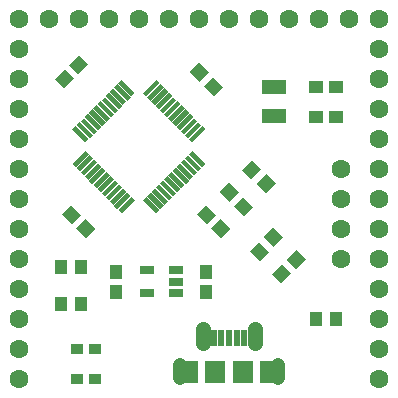
<source format=gbr>
G04 EAGLE Gerber X2 export*
%TF.Part,Single*%
%TF.FileFunction,Soldermask,Top,1*%
%TF.FilePolarity,Negative*%
%TF.GenerationSoftware,Autodesk,EAGLE,8.6.0*%
%TF.CreationDate,2018-09-01T13:25:50Z*%
G75*
%MOMM*%
%FSLAX34Y34*%
%LPD*%
%AMOC8*
5,1,8,0,0,1.08239X$1,22.5*%
G01*
%ADD10R,1.201600X1.101600*%
%ADD11R,2.001600X1.201600*%
%ADD12R,1.101600X1.201600*%
%ADD13R,1.576600X0.401600*%
%ADD14R,1.301600X0.701600*%
%ADD15R,1.001600X0.901600*%
%ADD16C,1.209600*%
%ADD17C,1.309600*%
%ADD18R,0.501600X1.451600*%
%ADD19R,1.800000X1.900000*%
%ADD20R,1.575000X1.900000*%
%ADD21C,1.601600*%


D10*
X287900Y241300D03*
X270900Y241300D03*
X287900Y266700D03*
X270900Y266700D03*
D11*
X234950Y241500D03*
X234950Y266500D03*
D10*
G36*
X178493Y150267D02*
X169997Y158763D01*
X177787Y166553D01*
X186283Y158057D01*
X178493Y150267D01*
G37*
G36*
X190513Y138247D02*
X182017Y146743D01*
X189807Y154533D01*
X198303Y146037D01*
X190513Y138247D01*
G37*
G36*
X75507Y154533D02*
X84003Y146037D01*
X76213Y138247D01*
X67717Y146743D01*
X75507Y154533D01*
G37*
G36*
X63487Y166553D02*
X71983Y158057D01*
X64193Y150267D01*
X55697Y158763D01*
X63487Y166553D01*
G37*
G36*
X197543Y169317D02*
X189047Y177813D01*
X196837Y185603D01*
X205333Y177107D01*
X197543Y169317D01*
G37*
G36*
X209563Y157297D02*
X201067Y165793D01*
X208857Y173583D01*
X217353Y165087D01*
X209563Y157297D01*
G37*
G36*
X172143Y270917D02*
X163647Y279413D01*
X171437Y287203D01*
X179933Y278707D01*
X172143Y270917D01*
G37*
G36*
X184163Y258897D02*
X175667Y267393D01*
X183457Y275183D01*
X191953Y266687D01*
X184163Y258897D01*
G37*
G36*
X61367Y285057D02*
X69863Y293553D01*
X77653Y285763D01*
X69157Y277267D01*
X61367Y285057D01*
G37*
G36*
X49347Y273037D02*
X57843Y281533D01*
X65633Y273743D01*
X57137Y265247D01*
X49347Y273037D01*
G37*
D12*
G36*
X215887Y188367D02*
X208097Y196157D01*
X216593Y204653D01*
X224383Y196863D01*
X215887Y188367D01*
G37*
G36*
X227907Y176347D02*
X220117Y184137D01*
X228613Y192633D01*
X236403Y184843D01*
X227907Y176347D01*
G37*
G36*
X230733Y126987D02*
X222943Y119197D01*
X214447Y127693D01*
X222237Y135483D01*
X230733Y126987D01*
G37*
G36*
X242753Y139007D02*
X234963Y131217D01*
X226467Y139713D01*
X234257Y147503D01*
X242753Y139007D01*
G37*
X270900Y69850D03*
X287900Y69850D03*
D10*
G36*
X245517Y119957D02*
X254013Y128453D01*
X261803Y120663D01*
X253307Y112167D01*
X245517Y119957D01*
G37*
G36*
X233497Y107937D02*
X241993Y116433D01*
X249783Y108643D01*
X241287Y100147D01*
X233497Y107937D01*
G37*
D13*
G36*
X163070Y222268D02*
X174217Y233415D01*
X177056Y230576D01*
X165909Y219429D01*
X163070Y222268D01*
G37*
G36*
X159534Y225803D02*
X170681Y236950D01*
X173520Y234111D01*
X162373Y222964D01*
X159534Y225803D01*
G37*
G36*
X155999Y229339D02*
X167146Y240486D01*
X169985Y237647D01*
X158838Y226500D01*
X155999Y229339D01*
G37*
G36*
X152463Y232874D02*
X163610Y244021D01*
X166449Y241182D01*
X155302Y230035D01*
X152463Y232874D01*
G37*
G36*
X148927Y236410D02*
X160074Y247557D01*
X162913Y244718D01*
X151766Y233571D01*
X148927Y236410D01*
G37*
G36*
X145392Y239945D02*
X156539Y251092D01*
X159378Y248253D01*
X148231Y237106D01*
X145392Y239945D01*
G37*
G36*
X141856Y243481D02*
X153003Y254628D01*
X155842Y251789D01*
X144695Y240642D01*
X141856Y243481D01*
G37*
G36*
X138321Y247016D02*
X149468Y258163D01*
X152307Y255324D01*
X141160Y244177D01*
X138321Y247016D01*
G37*
G36*
X134785Y250552D02*
X145932Y261699D01*
X148771Y258860D01*
X137624Y247713D01*
X134785Y250552D01*
G37*
G36*
X131250Y254088D02*
X142397Y265235D01*
X145236Y262396D01*
X134089Y251249D01*
X131250Y254088D01*
G37*
G36*
X127714Y257623D02*
X138861Y268770D01*
X141700Y265931D01*
X130553Y254784D01*
X127714Y257623D01*
G37*
G36*
X124179Y261159D02*
X135326Y272306D01*
X138165Y269467D01*
X127018Y258320D01*
X124179Y261159D01*
G37*
G36*
X114282Y258320D02*
X103135Y269467D01*
X105974Y272306D01*
X117121Y261159D01*
X114282Y258320D01*
G37*
G36*
X110747Y254784D02*
X99600Y265931D01*
X102439Y268770D01*
X113586Y257623D01*
X110747Y254784D01*
G37*
G36*
X107211Y251249D02*
X96064Y262396D01*
X98903Y265235D01*
X110050Y254088D01*
X107211Y251249D01*
G37*
G36*
X103676Y247713D02*
X92529Y258860D01*
X95368Y261699D01*
X106515Y250552D01*
X103676Y247713D01*
G37*
G36*
X100140Y244177D02*
X88993Y255324D01*
X91832Y258163D01*
X102979Y247016D01*
X100140Y244177D01*
G37*
G36*
X96605Y240642D02*
X85458Y251789D01*
X88297Y254628D01*
X99444Y243481D01*
X96605Y240642D01*
G37*
G36*
X93069Y237106D02*
X81922Y248253D01*
X84761Y251092D01*
X95908Y239945D01*
X93069Y237106D01*
G37*
G36*
X89534Y233571D02*
X78387Y244718D01*
X81226Y247557D01*
X92373Y236410D01*
X89534Y233571D01*
G37*
G36*
X85998Y230035D02*
X74851Y241182D01*
X77690Y244021D01*
X88837Y232874D01*
X85998Y230035D01*
G37*
G36*
X82462Y226500D02*
X71315Y237647D01*
X74154Y240486D01*
X85301Y229339D01*
X82462Y226500D01*
G37*
G36*
X78927Y222964D02*
X67780Y234111D01*
X70619Y236950D01*
X81766Y225803D01*
X78927Y222964D01*
G37*
G36*
X75391Y219429D02*
X64244Y230576D01*
X67083Y233415D01*
X78230Y222268D01*
X75391Y219429D01*
G37*
G36*
X64244Y201224D02*
X75391Y212371D01*
X78230Y209532D01*
X67083Y198385D01*
X64244Y201224D01*
G37*
G36*
X67780Y197689D02*
X78927Y208836D01*
X81766Y205997D01*
X70619Y194850D01*
X67780Y197689D01*
G37*
G36*
X71315Y194153D02*
X82462Y205300D01*
X85301Y202461D01*
X74154Y191314D01*
X71315Y194153D01*
G37*
G36*
X74851Y190618D02*
X85998Y201765D01*
X88837Y198926D01*
X77690Y187779D01*
X74851Y190618D01*
G37*
G36*
X78387Y187082D02*
X89534Y198229D01*
X92373Y195390D01*
X81226Y184243D01*
X78387Y187082D01*
G37*
G36*
X81922Y183547D02*
X93069Y194694D01*
X95908Y191855D01*
X84761Y180708D01*
X81922Y183547D01*
G37*
G36*
X85458Y180011D02*
X96605Y191158D01*
X99444Y188319D01*
X88297Y177172D01*
X85458Y180011D01*
G37*
G36*
X88993Y176476D02*
X100140Y187623D01*
X102979Y184784D01*
X91832Y173637D01*
X88993Y176476D01*
G37*
G36*
X92529Y172940D02*
X103676Y184087D01*
X106515Y181248D01*
X95368Y170101D01*
X92529Y172940D01*
G37*
G36*
X96064Y169404D02*
X107211Y180551D01*
X110050Y177712D01*
X98903Y166565D01*
X96064Y169404D01*
G37*
G36*
X99600Y165869D02*
X110747Y177016D01*
X113586Y174177D01*
X102439Y163030D01*
X99600Y165869D01*
G37*
G36*
X103135Y162333D02*
X114282Y173480D01*
X117121Y170641D01*
X105974Y159494D01*
X103135Y162333D01*
G37*
G36*
X135326Y159494D02*
X124179Y170641D01*
X127018Y173480D01*
X138165Y162333D01*
X135326Y159494D01*
G37*
G36*
X138861Y163030D02*
X127714Y174177D01*
X130553Y177016D01*
X141700Y165869D01*
X138861Y163030D01*
G37*
G36*
X142397Y166565D02*
X131250Y177712D01*
X134089Y180551D01*
X145236Y169404D01*
X142397Y166565D01*
G37*
G36*
X145932Y170101D02*
X134785Y181248D01*
X137624Y184087D01*
X148771Y172940D01*
X145932Y170101D01*
G37*
G36*
X149468Y173637D02*
X138321Y184784D01*
X141160Y187623D01*
X152307Y176476D01*
X149468Y173637D01*
G37*
G36*
X153003Y177172D02*
X141856Y188319D01*
X144695Y191158D01*
X155842Y180011D01*
X153003Y177172D01*
G37*
G36*
X156539Y180708D02*
X145392Y191855D01*
X148231Y194694D01*
X159378Y183547D01*
X156539Y180708D01*
G37*
G36*
X160074Y184243D02*
X148927Y195390D01*
X151766Y198229D01*
X162913Y187082D01*
X160074Y184243D01*
G37*
G36*
X163610Y187779D02*
X152463Y198926D01*
X155302Y201765D01*
X166449Y190618D01*
X163610Y187779D01*
G37*
G36*
X167146Y191314D02*
X155999Y202461D01*
X158838Y205300D01*
X169985Y194153D01*
X167146Y191314D01*
G37*
G36*
X170681Y194850D02*
X159534Y205997D01*
X162373Y208836D01*
X173520Y197689D01*
X170681Y194850D01*
G37*
G36*
X174217Y198385D02*
X163070Y209532D01*
X165909Y212371D01*
X177056Y201224D01*
X174217Y198385D01*
G37*
D14*
X152200Y92100D03*
X152200Y101600D03*
X152200Y111100D03*
X127200Y111100D03*
X127200Y92100D03*
D12*
X177800Y93100D03*
X177800Y110100D03*
X101600Y93100D03*
X101600Y110100D03*
D15*
X68580Y44450D03*
X83820Y44450D03*
X68580Y19050D03*
X83820Y19050D03*
D16*
X238600Y19860D02*
X238600Y30940D01*
X155100Y30940D02*
X155100Y19860D01*
D17*
X174600Y49360D02*
X174600Y61440D01*
X219100Y61440D02*
X219100Y49360D01*
D18*
X209850Y53400D03*
X203350Y53400D03*
X196850Y53400D03*
X190350Y53400D03*
X183850Y53400D03*
D19*
X208350Y25400D03*
D20*
X230725Y25400D03*
D19*
X185350Y25400D03*
D20*
X162975Y25400D03*
D12*
X55000Y82550D03*
X72000Y82550D03*
X72000Y114300D03*
X55000Y114300D03*
D21*
X323850Y19050D03*
X292100Y120650D03*
X19050Y44450D03*
X292100Y171450D03*
X292100Y196850D03*
X323850Y69850D03*
X292100Y146050D03*
X323850Y44450D03*
X19050Y19050D03*
X323850Y247650D03*
X323850Y273050D03*
X323850Y298450D03*
X323850Y323850D03*
X298450Y323850D03*
X273050Y323850D03*
X247650Y323850D03*
X222250Y323850D03*
X196850Y323850D03*
X171450Y323850D03*
X146050Y323850D03*
X120650Y323850D03*
X95250Y323850D03*
X69850Y323850D03*
X19050Y323850D03*
X44450Y323850D03*
X19050Y273050D03*
X19050Y69850D03*
X19050Y95250D03*
X19050Y120650D03*
X19050Y146050D03*
X19050Y171450D03*
X19050Y196850D03*
X19050Y222250D03*
X19050Y247650D03*
X323850Y222250D03*
X323850Y196850D03*
X323850Y171450D03*
X323850Y146050D03*
X323850Y120650D03*
X323850Y95250D03*
X19050Y298450D03*
M02*

</source>
